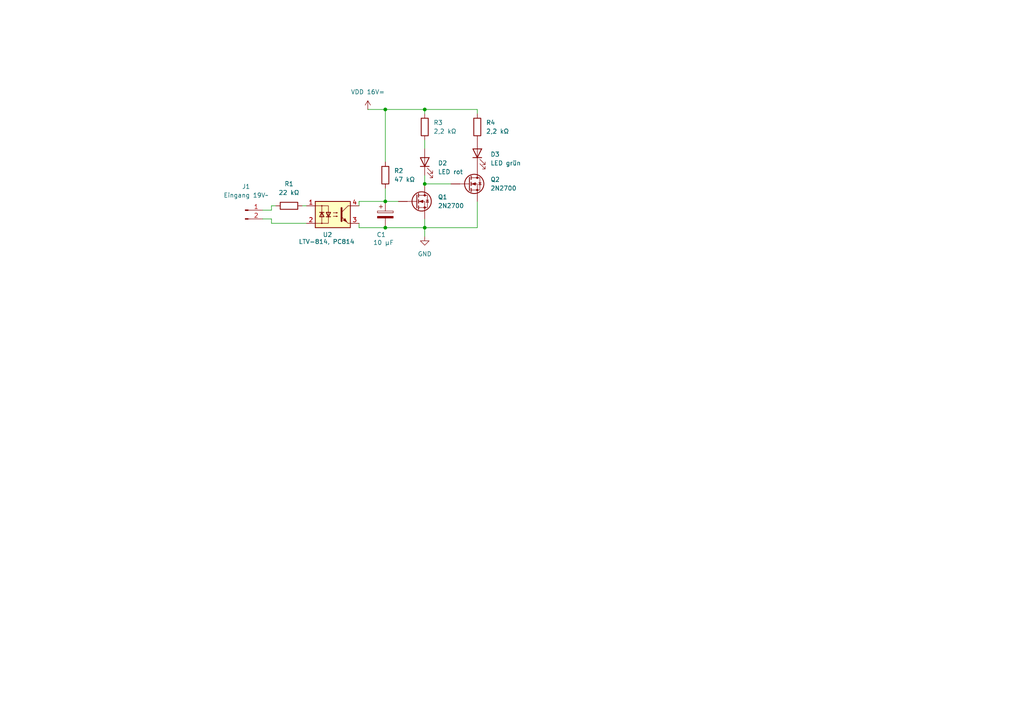
<source format=kicad_sch>
(kicad_sch (version 20250114) (generator "eeschema") (generator_version "9.0")
  (paper "A4")
  (lib_symbols
    (symbol "Connector:Conn_01x02_Pin" (pin_names (offset 1.016) (hide yes))
      (property "Reference" "J" (at 0 2.54 0))
      (property "Value" "Conn_01x02_Pin" (at 0 -5.08 0))
      (symbol "Conn_01x02_Pin_1_1"
        (rectangle (start 0.8636 0.127) (end 0 -0.127) (stroke (width 0.1524)) (fill (type outline)))
        (rectangle (start 0.8636 -2.413) (end 0 -2.667) (stroke (width 0.1524)) (fill (type outline)))
        (polyline (pts (xy 1.27 0) (xy 0.8636 0)) (stroke (width 0.1524)))
        (polyline (pts (xy 1.27 -2.54) (xy 0.8636 -2.54)) (stroke (width 0.1524)))
        (pin passive line (at 5.08 0 180) (length 3.81) (name "Pin_1") (number "1"))
        (pin passive line (at 5.08 -2.54 180) (length 3.81) (name "Pin_2") (number "2"))
      )
    )
    (symbol "Device:C_Polarized" (pin_numbers (hide yes)) (pin_names (offset 0.254))
      (property "Reference" "C" (at 0.635 2.54 0))
      (property "Value" "C_Polarized" (at 0.635 -2.54 0))
      (symbol "C_Polarized_0_1"
        (rectangle (start -2.286 0.508) (end 2.286 1.016))
        (polyline (pts (xy -1.778 2.286) (xy -0.762 2.286)))
        (polyline (pts (xy -1.27 2.794) (xy -1.27 1.778)))
        (rectangle (start 2.286 -0.508) (end -2.286 -1.016) (fill (type outline)))
      )
      (symbol "C_Polarized_1_1"
        (pin passive line (at 0 3.81 270) (length 2.794) (name "~") (number "1"))
        (pin passive line (at 0 -3.81 90) (length 2.794) (name "~") (number "2"))
      )
    )
    (symbol "Device:LED" (pin_numbers (hide yes)) (pin_names (offset 1.016) (hide yes))
      (property "Reference" "D" (at 0 2.54 0))
      (property "Value" "LED" (at 0 -2.54 0))
      (symbol "LED_0_1"
        (polyline (pts (xy -3.048 -0.762) (xy -4.572 -2.286) (xy -3.81 -2.286) (xy -4.572 -2.286) (xy -4.572 -1.524)))
        (polyline (pts (xy -1.778 -0.762) (xy -3.302 -2.286) (xy -2.54 -2.286) (xy -3.302 -2.286) (xy -3.302 -1.524)))
        (polyline (pts (xy -1.27 0) (xy 1.27 0)))
        (polyline (pts (xy -1.27 -1.27) (xy -1.27 1.27)) (stroke (width 0.254)))
        (polyline (pts (xy 1.27 -1.27) (xy 1.27 1.27) (xy -1.27 0) (xy 1.27 -1.27)) (stroke (width 0.254)))
      )
      (symbol "LED_1_1"
        (pin passive line (at -3.81 0 0) (length 2.54) (name "K") (number "1"))
        (pin passive line (at 3.81 0 180) (length 2.54) (name "A") (number "2"))
      )
    )
    (symbol "Device:Q_NMOS" (pin_numbers (hide yes)) (pin_names (offset 0) (hide yes))
      (property "Reference" "Q" (at 5.08 1.27 0))
      (property "Value" "Q_NMOS" (at 5.08 -1.27 0))
      (symbol "Q_NMOS_0_1"
        (polyline (pts (xy 0.254 1.905) (xy 0.254 -1.905)) (stroke (width 0.254)))
        (polyline (pts (xy 0.254 0) (xy -2.54 0)))
        (polyline (pts (xy 0.762 2.286) (xy 0.762 1.27)) (stroke (width 0.254)))
        (polyline (pts (xy 0.762 0.508) (xy 0.762 -0.508)) (stroke (width 0.254)))
        (polyline (pts (xy 0.762 -1.27) (xy 0.762 -2.286)) (stroke (width 0.254)))
        (polyline (pts (xy 0.762 -1.778) (xy 3.302 -1.778) (xy 3.302 1.778) (xy 0.762 1.778)))
        (polyline (pts (xy 1.016 0) (xy 2.032 0.381) (xy 2.032 -0.381) (xy 1.016 0)) (fill (type outline)))
        (circle (center 1.651 0) (radius 2.794) (stroke (width 0.254)))
        (polyline (pts (xy 2.54 2.54) (xy 2.54 1.778)))
        (circle (center 2.54 1.778) (radius 0.254) (fill (type outline)))
        (circle (center 2.54 -1.778) (radius 0.254) (fill (type outline)))
        (polyline (pts (xy 2.54 -2.54) (xy 2.54 0) (xy 0.762 0)))
        (polyline (pts (xy 2.921 0.381) (xy 3.683 0.381)))
        (polyline (pts (xy 3.302 0.381) (xy 2.921 -0.254) (xy 3.683 -0.254) (xy 3.302 0.381)))
      )
      (symbol "Q_NMOS_1_1"
        (pin input line (at -5.08 0 0) (length 2.54) (name "G") (number "G"))
        (pin passive line (at 2.54 5.08 270) (length 2.54) (name "D") (number "D"))
        (pin passive line (at 2.54 -5.08 90) (length 2.54) (name "S") (number "S"))
      )
    )
    (symbol "Device:R" (pin_numbers (hide yes)) (pin_names (offset 0))
      (property "Reference" "R" (at 2.032 0 90))
      (property "Value" "R" (at 0 0 90))
      (symbol "R_0_1"
        (rectangle (start -1.016 -2.54) (end 1.016 2.54) (stroke (width 0.254)))
      )
      (symbol "R_1_1"
        (pin passive line (at 0 3.81 270) (length 1.27) (name "~") (number "1"))
        (pin passive line (at 0 -3.81 90) (length 1.27) (name "~") (number "2"))
      )
    )
    (symbol "Isolator:LTV-814" (pin_names (offset 1.016))
      (property "Reference" "U" (at -5.08 5.08 0))
      (property "Value" "LTV-814" (at 0 5.08 0))
      (symbol "LTV-814_0_1"
        (rectangle (start -5.08 3.81) (end 5.08 -3.81) (stroke (width 0.254)) (fill (type background)))
        (polyline (pts (xy -5.08 2.54) (xy -1.27 2.54) (xy -1.27 -0.762)))
        (circle (center -3.175 2.54) (radius 0.127))
        (polyline (pts (xy -3.175 2.54) (xy -3.175 -2.54)))
        (circle (center -3.175 -2.54) (radius 0.127))
        (polyline (pts (xy -1.905 -0.635) (xy -0.635 -0.635)) (stroke (width 0.254)))
        (polyline (pts (xy -1.27 -0.635) (xy -1.27 -2.54) (xy -5.08 -2.54)))
        (polyline (pts (xy -1.27 -0.635) (xy -1.905 0.635) (xy -0.635 0.635) (xy -1.27 -0.635)) (stroke (width 0.254)))
        (polyline (pts (xy 0.127 0.508) (xy 1.397 0.508) (xy 1.016 0.381) (xy 1.016 0.635) (xy 1.397 0.508)))
        (polyline (pts (xy 0.127 -0.508) (xy 1.397 -0.508) (xy 1.016 -0.635) (xy 1.016 -0.381) (xy 1.397 -0.508)))
        (polyline (pts (xy 2.54 1.905) (xy 2.54 -1.905) (xy 2.54 -1.905)) (stroke (width 0.508)))
        (polyline (pts (xy 2.54 0.635) (xy 4.445 2.54)))
        (polyline (pts (xy 3.048 -1.651) (xy 3.556 -1.143) (xy 4.064 -2.159) (xy 3.048 -1.651) (xy 3.048 -1.651)) (fill (type outline)))
        (polyline (pts (xy 4.445 2.54) (xy 5.08 2.54)))
        (polyline (pts (xy 4.445 -2.54) (xy 2.54 -0.635)) (fill (type outline)))
        (polyline (pts (xy 4.445 -2.54) (xy 5.08 -2.54)))
      )
      (symbol "LTV-814_1_1"
        (polyline (pts (xy -3.81 0.635) (xy -2.54 0.635)) (stroke (width 0.254)))
        (polyline (pts (xy -3.175 0.635) (xy -3.81 -0.635) (xy -2.54 -0.635) (xy -3.175 0.635)) (stroke (width 0.254)))
        (pin passive line (at -7.62 2.54 0) (length 2.54) (name "~") (number "1"))
        (pin passive line (at -7.62 -2.54 0) (length 2.54) (name "~") (number "2"))
        (pin passive line (at 7.62 2.54 180) (length 2.54) (name "~") (number "4"))
        (pin passive line (at 7.62 -2.54 180) (length 2.54) (name "~") (number "3"))
      )
    )
    (symbol "power:GND" (power) (pin_numbers (hide yes)) (pin_names (offset 0) (hide yes))
      (property "Value" "GND" (at 0 -3.81 0))
      (symbol "GND_0_1"
        (polyline (pts (xy 0 0) (xy 0 -1.27) (xy 1.27 -1.27) (xy 0 -2.54) (xy -1.27 -1.27) (xy 0 -1.27)))
      )
      (symbol "GND_1_1"
        (pin power_in line (at 0 0 270) (length 0) (name "~") (number "1"))
      )
    )
    (symbol "power:VDD" (power) (pin_numbers (hide yes)) (pin_names (offset 0) (hide yes))
      (property "Value" "VDD" (at 0 3.556 0))
      (symbol "VDD_0_1"
        (polyline (pts (xy -0.762 1.27) (xy 0 2.54)))
        (polyline (pts (xy 0 2.54) (xy 0.762 1.27)))
        (polyline (pts (xy 0 0) (xy 0 2.54)))
      )
      (symbol "VDD_1_1"
        (pin power_in line (at 0 0 90) (length 0) (name "~") (number "1"))
      )
    )
  )
  (junction (at 111.76 58.42))
  (junction (at 111.76 31.75))
  (junction (at 123.19 66.04))
  (junction (at 111.76 66.04))
  (junction (at 123.19 31.75))
  (junction (at 123.19 53.34))
  (wire (pts (xy 104.14 66.04) (xy 111.76 66.04)))
  (wire (pts (xy 111.76 66.04) (xy 123.19 66.04)))
  (wire (pts (xy 106.68 31.75) (xy 111.76 31.75)))
  (wire (pts (xy 111.76 54.61) (xy 111.76 58.42)))
  (wire (pts (xy 104.14 58.42) (xy 111.76 58.42)))
  (wire (pts (xy 123.19 40.64) (xy 123.19 43.18)))
  (wire (pts (xy 123.19 53.34) (xy 130.81 53.34)))
  (wire (pts (xy 104.14 64.77) (xy 104.14 66.04)))
  (wire (pts (xy 111.76 31.75) (xy 123.19 31.75)))
  (wire (pts (xy 123.19 50.8) (xy 123.19 53.34)))
  (wire (pts (xy 123.19 31.75) (xy 123.19 33.02)))
  (wire (pts (xy 123.19 66.04) (xy 138.43 66.04)))
  (wire (pts (xy 138.43 31.75) (xy 138.43 33.02)))
  (wire (pts (xy 76.2 60.96) (xy 78.74 60.96)))
  (wire (pts (xy 111.76 46.99) (xy 111.76 31.75)))
  (wire (pts (xy 78.74 63.5) (xy 78.74 64.77)))
  (wire (pts (xy 76.2 63.5) (xy 78.74 63.5)))
  (wire (pts (xy 78.74 64.77) (xy 88.9 64.77)))
  (wire (pts (xy 123.19 31.75) (xy 138.43 31.75)))
  (wire (pts (xy 87.63 59.69) (xy 88.9 59.69)))
  (wire (pts (xy 111.76 58.42) (xy 115.57 58.42)))
  (wire (pts (xy 123.19 66.04) (xy 123.19 63.5)))
  (wire (pts (xy 138.43 66.04) (xy 138.43 58.42)))
  (wire (pts (xy 123.19 66.04) (xy 123.19 68.58)))
  (wire (pts (xy 78.74 59.69) (xy 80.01 59.69)))
  (wire (pts (xy 104.14 59.69) (xy 104.14 58.42)))
  (wire (pts (xy 78.74 60.96) (xy 78.74 59.69)))
  (symbol (lib_id "power:VDD") (at 106.68 31.75 0) (unit 1)
    (property "Reference" "#PWR02" (effects (hide yes)))
    (property "Value" "VDD 16V=" (at 106.68 26.67 0))
    (property "Description" "Power symbol creates a global label with name \"VDD\"" (effects (hide yes)))
  )
  (symbol (lib_id "Device:Q_NMOS") (at 120.65 58.42 0) (unit 1)
    (property "Reference" "Q1" (at 127 57.1499 0) (effects (justify left)))
    (property "Value" "2N2700" (at 127 59.6899 0) (effects (justify left)))
    (property "Description" "N-MOSFET transistor" (effects (hide yes)))
  )
  (symbol (lib_id "power:GND") (at 123.19 68.58 0) (unit 1)
    (property "Reference" "#PWR01" (effects (hide yes)))
    (property "Value" "GND" (at 123.19 73.66 0))
    (property "Description" "Power symbol creates a global label with name \"GND\" , ground" (effects (hide yes)))
  )
  (symbol (lib_id "Device:C_Polarized") (at 111.76 62.23 0) (unit 1)
    (property "Reference" "C1" (at 109.22 68.072 0) (effects (justify left)))
    (property "Value" "10 µF" (at 108.204 70.358 0) (effects (justify left)))
    (property "Description" "Polarized capacitor" (effects (hide yes)))
  )
  (symbol (lib_id "Device:LED") (at 123.19 46.99 90) (unit 1)
    (property "Reference" "D2" (at 127 47.3074 90) (effects (justify right)))
    (property "Value" "LED rot" (at 127 49.8474 90) (effects (justify right)))
    (property "Description" "Light emitting diode" (effects (hide yes)))
    (property "Sim.Pins" "1=K 2=A" (effects (hide yes)))
  )
  (symbol (lib_id "Connector:Conn_01x02_Pin") (at 71.12 60.96 0) (unit 1)
    (property "Reference" "J1" (at 71.374 54.102 0))
    (property "Value" "Eingang 19V~" (at 71.374 56.642 0))
    (property "Description" "Generic connector, single row, 01x02, script generated" (effects (hide yes)))
  )
  (symbol (lib_id "Device:R") (at 111.76 50.8 0) (unit 1)
    (property "Reference" "R2" (at 114.3 49.5299 0) (effects (justify left)))
    (property "Value" "47 kΩ" (at 114.3 52.0699 0) (effects (justify left)))
    (property "Description" "Resistor" (effects (hide yes)))
  )
  (symbol (lib_id "Device:Q_NMOS") (at 135.89 53.34 0) (unit 1)
    (property "Reference" "Q2" (at 142.24 52.0699 0) (effects (justify left)))
    (property "Value" "2N2700" (at 142.24 54.6099 0) (effects (justify left)))
    (property "Description" "N-MOSFET transistor" (effects (hide yes)))
  )
  (symbol (lib_id "Device:LED") (at 138.43 44.45 90) (unit 1)
    (property "Reference" "D3" (at 142.24 44.7674 90) (effects (justify right)))
    (property "Value" "LED grün" (at 142.24 47.3074 90) (effects (justify right)))
    (property "Description" "Light emitting diode" (effects (hide yes)))
    (property "Sim.Pins" "1=K 2=A" (effects (hide yes)))
  )
  (symbol (lib_id "Device:R") (at 123.19 36.83 0) (unit 1)
    (property "Reference" "R3" (at 125.73 35.5599 0) (effects (justify left)))
    (property "Value" "2,2 kΩ" (at 125.73 38.0999 0) (effects (justify left)))
    (property "Description" "Resistor" (effects (hide yes)))
  )
  (symbol (lib_id "Isolator:LTV-814") (at 96.52 62.23 0) (unit 1)
    (property "Reference" "U2" (at 94.996 68.072 0))
    (property "Value" "LTV-814, PC814" (at 94.742 70.104 0))
    (property "Footprint" "Package_DIP:DIP-4_W7.62mm" (effects (hide yes)))
    (property "Datasheet" "https://optoelectronics.liteon.com/upload/download/DS-70-96-0013/LTV-8X4%20series%20201509.pdf" (effects (hide yes)))
    (property "Description" "AC/DC Optocoupler, Vce 35V, CTR 20%, DIP4" (effects (hide yes)))
  )
  (symbol (lib_id "Device:R") (at 138.43 36.83 0) (unit 1)
    (property "Reference" "R4" (at 140.97 35.5599 0) (effects (justify left)))
    (property "Value" "2,2 kΩ" (at 140.97 38.0999 0) (effects (justify left)))
    (property "Description" "Resistor" (effects (hide yes)))
  )
  (symbol (lib_id "Device:R") (at 83.82 59.69 90) (unit 1)
    (property "Reference" "R1" (at 83.82 53.34 90))
    (property "Value" "22 kΩ" (at 83.82 55.88 90))
    (property "Description" "Resistor" (effects (hide yes)))
  )
)
</source>
